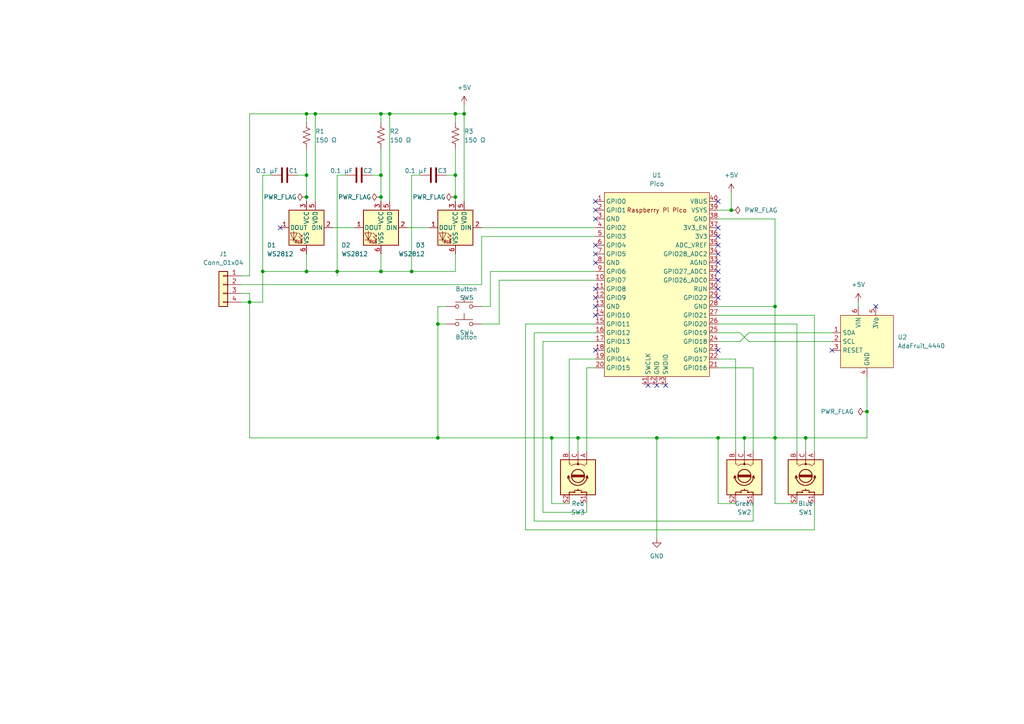
<source format=kicad_sch>
(kicad_sch (version 20211123) (generator eeschema)
  (paper "A4")
  (lib_symbols
    (symbol "AdaFruit:AdaFruit_4440"
      (property "Reference" "U" (at 5.08 10.16 0))
      (property "Value" "AdaFruit_4440" (at 10.16 -10.16 0))
      (symbol "AdaFruit_4440_0_1"
        (rectangle (start 7.62 -7.62) (end -7.62 7.62) (fill (type background)))
      )
      (symbol "AdaFruit_4440_1_1"
        (pin input line (at -10.16 2.54 0) (length 2.54) (name "SDA") (number "1"))
        (pin input line (at -10.16 0 0) (length 2.54) (name "SCL") (number "2"))
        (pin input line (at -10.16 -2.54 0) (length 2.54) (name "RESET") (number "3"))
        (pin power_in line (at 0 -10.16 90) (length 2.54) (name "GND") (number "4"))
        (pin power_in line (at 2.54 10.16 270) (length 2.54) (name "3V_{D}") (number "5"))
        (pin power_in line (at -2.54 10.16 270) (length 2.54) (name "VIN") (number "6"))
      )
    )
    (symbol "Connector_Generic:Conn_01x04" (pin_names (offset 1.016) hide)
      (property "Reference" "J" (at 0 5.08 0))
      (property "Value" "Conn_01x04" (at 0 -7.62 0))
      (symbol "Conn_01x04_1_1"
        (rectangle (start -1.27 -4.953) (end 0 -5.207) (stroke (width 0.1524)))
        (rectangle (start -1.27 -2.413) (end 0 -2.667) (stroke (width 0.1524)))
        (rectangle (start -1.27 0.127) (end 0 -0.127) (stroke (width 0.1524)))
        (rectangle (start -1.27 2.667) (end 0 2.413) (stroke (width 0.1524)))
        (rectangle (start -1.27 3.81) (end 1.27 -6.35) (stroke (width 0.254)) (fill (type background)))
        (pin passive line (at -5.08 2.54 0) (length 3.81) (name "Pin_1") (number "1"))
        (pin passive line (at -5.08 0 0) (length 3.81) (name "Pin_2") (number "2"))
        (pin passive line (at -5.08 -2.54 0) (length 3.81) (name "Pin_3") (number "3"))
        (pin passive line (at -5.08 -5.08 0) (length 3.81) (name "Pin_4") (number "4"))
      )
    )
    (symbol "Device:C" (pin_numbers hide) (pin_names (offset 0.254))
      (property "Reference" "C" (at 0.635 2.54 0))
      (property "Value" "C" (at 0.635 -2.54 0))
      (symbol "C_0_1"
        (polyline (pts (xy -2.032 -0.762) (xy 2.032 -0.762)) (stroke (width 0.508)))
        (polyline (pts (xy -2.032 0.762) (xy 2.032 0.762)) (stroke (width 0.508)))
      )
      (symbol "C_1_1"
        (pin passive line (at 0 3.81 270) (length 2.794) (name "~") (number "1"))
        (pin passive line (at 0 -3.81 90) (length 2.794) (name "~") (number "2"))
      )
    )
    (symbol "Device:R_US" (pin_numbers hide) (pin_names (offset 0))
      (property "Reference" "R" (at 2.54 0 90))
      (property "Value" "R_US" (at -2.54 0 90))
      (symbol "R_US_0_1"
        (polyline (pts (xy 0 -2.286) (xy 0 -2.54)))
        (polyline (pts (xy 0 2.286) (xy 0 2.54)))
        (polyline (pts (xy 0 -0.762) (xy 1.016 -1.143) (xy 0 -1.524) (xy -1.016 -1.905) (xy 0 -2.286)))
        (polyline (pts (xy 0 0.762) (xy 1.016 0.381) (xy 0 0) (xy -1.016 -0.381) (xy 0 -0.762)))
        (polyline (pts (xy 0 2.286) (xy 1.016 1.905) (xy 0 1.524) (xy -1.016 1.143) (xy 0 0.762)))
      )
      (symbol "R_US_1_1"
        (pin passive line (at 0 3.81 270) (length 1.27) (name "~") (number "1"))
        (pin passive line (at 0 -3.81 90) (length 1.27) (name "~") (number "2"))
      )
    )
    (symbol "Device:RotaryEncoder_Switch" (pin_names (offset 0.254) hide)
      (property "Reference" "SW" (at 0 6.604 0))
      (property "Value" "RotaryEncoder_Switch" (at 0 -6.604 0))
      (symbol "RotaryEncoder_Switch_0_1"
        (rectangle (start -5.08 5.08) (end 5.08 -5.08) (stroke (width 0.254)) (fill (type background)))
        (circle (center -3.81 0) (radius 0.254) (fill (type outline)))
        (arc (start -0.381 -2.794) (mid 2.3622 -0.0508) (end -0.381 2.667) (stroke (width 0.254)))
        (circle (center -0.381 0) (radius 1.905) (stroke (width 0.254)))
        (polyline (pts (xy -0.635 -1.778) (xy -0.635 1.778)) (stroke (width 0.254)))
        (polyline (pts (xy -0.381 -1.778) (xy -0.381 1.778)) (stroke (width 0.254)))
        (polyline (pts (xy -0.127 1.778) (xy -0.127 -1.778)) (stroke (width 0.254)))
        (polyline (pts (xy 3.81 0) (xy 3.429 0)) (stroke (width 0.254)))
        (polyline (pts (xy 3.81 1.016) (xy 3.81 -1.016)) (stroke (width 0.254)))
        (polyline (pts (xy -5.08 -2.54) (xy -3.81 -2.54) (xy -3.81 -2.032)))
        (polyline (pts (xy -5.08 2.54) (xy -3.81 2.54) (xy -3.81 2.032)))
        (polyline (pts (xy 0.254 -3.048) (xy -0.508 -2.794) (xy 0.127 -2.413)) (stroke (width 0.254)))
        (polyline (pts (xy 0.254 2.921) (xy -0.508 2.667) (xy 0.127 2.286)) (stroke (width 0.254)))
        (polyline (pts (xy 5.08 -2.54) (xy 4.318 -2.54) (xy 4.318 -1.016)) (stroke (width 0.254)))
        (polyline (pts (xy 5.08 2.54) (xy 4.318 2.54) (xy 4.318 1.016)) (stroke (width 0.254)))
        (polyline (pts (xy -5.08 0) (xy -3.81 0) (xy -3.81 -1.016) (xy -3.302 -2.032)))
        (polyline (pts (xy -4.318 0) (xy -3.81 0) (xy -3.81 1.016) (xy -3.302 2.032)))
        (circle (center 4.318 -1.016) (radius 0.127) (stroke (width 0.254)))
        (circle (center 4.318 1.016) (radius 0.127) (stroke (width 0.254)))
      )
      (symbol "RotaryEncoder_Switch_1_1"
        (pin passive line (at -7.62 2.54 0) (length 2.54) (name "A") (number "A"))
        (pin passive line (at -7.62 -2.54 0) (length 2.54) (name "B") (number "B"))
        (pin passive line (at -7.62 0 0) (length 2.54) (name "C") (number "C"))
        (pin passive line (at 7.62 2.54 180) (length 2.54) (name "S1") (number "S1"))
        (pin passive line (at 7.62 -2.54 180) (length 2.54) (name "S2") (number "S2"))
      )
    )
    (symbol "LED:WS2812" (pin_names (offset 0.254))
      (property "Reference" "D" (at 5.08 5.715 0))
      (property "Value" "WS2812" (at 1.27 -5.715 0))
      (symbol "WS2812_0_0"
        (text "RGB" (at 2.286 -4.191 0) (effects (font (size 0.762 0.762))))
      )
      (symbol "WS2812_0_1"
        (polyline (pts (xy 1.27 -3.556) (xy 1.778 -3.556)))
        (polyline (pts (xy 1.27 -2.54) (xy 1.778 -2.54)))
        (polyline (pts (xy 4.699 -3.556) (xy 2.667 -3.556)))
        (polyline (pts (xy 2.286 -2.54) (xy 1.27 -3.556) (xy 1.27 -3.048)))
        (polyline (pts (xy 2.286 -1.524) (xy 1.27 -2.54) (xy 1.27 -2.032)))
        (polyline (pts (xy 3.683 -1.016) (xy 3.683 -3.556) (xy 3.683 -4.064)))
        (polyline (pts (xy 4.699 -1.524) (xy 2.667 -1.524) (xy 3.683 -3.556) (xy 4.699 -1.524)))
        (rectangle (start 5.08 5.08) (end -5.08 -5.08) (stroke (width 0.254)) (fill (type background)))
      )
      (symbol "WS2812_1_1"
        (pin output line (at 7.62 0 180) (length 2.54) (name "DOUT") (number "1"))
        (pin input line (at -7.62 0 0) (length 2.54) (name "DIN") (number "2"))
        (pin power_in line (at 0 7.62 270) (length 2.54) (name "VCC") (number "3"))
        (pin no_connect line (at 5.08 2.54 180) (length 2.54) hide (name "NC") (number "4"))
        (pin power_in line (at -2.54 7.62 270) (length 2.54) (name "VDD") (number "5"))
        (pin power_in line (at 0 -7.62 90) (length 2.54) (name "VSS") (number "6"))
      )
    )
    (symbol "MCU_RaspberryPi_and_Boards:Pico"
      (property "Reference" "U" (at -13.97 27.94 0))
      (property "Value" "Pico" (at 0 19.05 0))
      (symbol "Pico_0_0"
        (text "Raspberry Pi Pico" (at 0 21.59 0) (effects (font (size 1.27 1.27))))
      )
      (symbol "Pico_0_1"
        (rectangle (start -15.24 26.67) (end 15.24 -26.67) (fill (type background)))
      )
      (symbol "Pico_1_1"
        (pin bidirectional line (at -17.78 24.13 0) (length 2.54) (name "GPIO0") (number "1"))
        (pin bidirectional line (at -17.78 1.27 0) (length 2.54) (name "GPIO7") (number "10"))
        (pin bidirectional line (at -17.78 -1.27 0) (length 2.54) (name "GPIO8") (number "11"))
        (pin bidirectional line (at -17.78 -3.81 0) (length 2.54) (name "GPIO9") (number "12"))
        (pin power_in line (at -17.78 -6.35 0) (length 2.54) (name "GND") (number "13"))
        (pin bidirectional line (at -17.78 -8.89 0) (length 2.54) (name "GPIO10") (number "14"))
        (pin bidirectional line (at -17.78 -11.43 0) (length 2.54) (name "GPIO11") (number "15"))
        (pin bidirectional line (at -17.78 -13.97 0) (length 2.54) (name "GPIO12") (number "16"))
        (pin bidirectional line (at -17.78 -16.51 0) (length 2.54) (name "GPIO13") (number "17"))
        (pin power_in line (at -17.78 -19.05 0) (length 2.54) (name "GND") (number "18"))
        (pin bidirectional line (at -17.78 -21.59 0) (length 2.54) (name "GPIO14") (number "19"))
        (pin bidirectional line (at -17.78 21.59 0) (length 2.54) (name "GPIO1") (number "2"))
        (pin bidirectional line (at -17.78 -24.13 0) (length 2.54) (name "GPIO15") (number "20"))
        (pin bidirectional line (at 17.78 -24.13 180) (length 2.54) (name "GPIO16") (number "21"))
        (pin bidirectional line (at 17.78 -21.59 180) (length 2.54) (name "GPIO17") (number "22"))
        (pin power_in line (at 17.78 -19.05 180) (length 2.54) (name "GND") (number "23"))
        (pin bidirectional line (at 17.78 -16.51 180) (length 2.54) (name "GPIO18") (number "24"))
        (pin bidirectional line (at 17.78 -13.97 180) (length 2.54) (name "GPIO19") (number "25"))
        (pin bidirectional line (at 17.78 -11.43 180) (length 2.54) (name "GPIO20") (number "26"))
        (pin bidirectional line (at 17.78 -8.89 180) (length 2.54) (name "GPIO21") (number "27"))
        (pin power_in line (at 17.78 -6.35 180) (length 2.54) (name "GND") (number "28"))
        (pin bidirectional line (at 17.78 -3.81 180) (length 2.54) (name "GPIO22") (number "29"))
        (pin power_in line (at -17.78 19.05 0) (length 2.54) (name "GND") (number "3"))
        (pin input line (at 17.78 -1.27 180) (length 2.54) (name "RUN") (number "30"))
        (pin bidirectional line (at 17.78 1.27 180) (length 2.54) (name "GPIO26_ADC0") (number "31"))
        (pin bidirectional line (at 17.78 3.81 180) (length 2.54) (name "GPIO27_ADC1") (number "32"))
        (pin power_in line (at 17.78 6.35 180) (length 2.54) (name "AGND") (number "33"))
        (pin bidirectional line (at 17.78 8.89 180) (length 2.54) (name "GPIO28_ADC2") (number "34"))
        (pin power_in line (at 17.78 11.43 180) (length 2.54) (name "ADC_VREF") (number "35"))
        (pin power_in line (at 17.78 13.97 180) (length 2.54) (name "3V3") (number "36"))
        (pin input line (at 17.78 16.51 180) (length 2.54) (name "3V3_EN") (number "37"))
        (pin power_in line (at 17.78 19.05 180) (length 2.54) (name "GND") (number "38"))
        (pin power_in line (at 17.78 21.59 180) (length 2.54) (name "VSYS") (number "39"))
        (pin bidirectional line (at -17.78 16.51 0) (length 2.54) (name "GPIO2") (number "4"))
        (pin power_in line (at 17.78 24.13 180) (length 2.54) (name "VBUS") (number "40"))
        (pin input line (at -2.54 -29.21 90) (length 2.54) (name "SWCLK") (number "41"))
        (pin power_in line (at 0 -29.21 90) (length 2.54) (name "GND") (number "42"))
        (pin bidirectional line (at 2.54 -29.21 90) (length 2.54) (name "SWDIO") (number "43"))
        (pin bidirectional line (at -17.78 13.97 0) (length 2.54) (name "GPIO3") (number "5"))
        (pin bidirectional line (at -17.78 11.43 0) (length 2.54) (name "GPIO4") (number "6"))
        (pin bidirectional line (at -17.78 8.89 0) (length 2.54) (name "GPIO5") (number "7"))
        (pin power_in line (at -17.78 6.35 0) (length 2.54) (name "GND") (number "8"))
        (pin bidirectional line (at -17.78 3.81 0) (length 2.54) (name "GPIO6") (number "9"))
      )
    )
    (symbol "Switch:SW_Push" (pin_numbers hide) (pin_names (offset 1.016) hide)
      (property "Reference" "SW" (at 1.27 2.54 0))
      (property "Value" "SW_Push" (at 0 -1.524 0))
      (symbol "SW_Push_0_1"
        (circle (center -2.032 0) (radius 0.508))
        (polyline (pts (xy 0 1.27) (xy 0 3.048)))
        (polyline (pts (xy 2.54 1.27) (xy -2.54 1.27)))
        (circle (center 2.032 0) (radius 0.508))
        (pin passive line (at -5.08 0 0) (length 2.54) (name "1") (number "1"))
        (pin passive line (at 5.08 0 180) (length 2.54) (name "2") (number "2"))
      )
    )
    (symbol "power:+5V" (power) (pin_names (offset 0))
      (property "Value" "+5V" (at 0 3.556 0))
      (symbol "+5V_0_1"
        (polyline (pts (xy -0.762 1.27) (xy 0 2.54)))
        (polyline (pts (xy 0 0) (xy 0 2.54)))
        (polyline (pts (xy 0 2.54) (xy 0.762 1.27)))
      )
      (symbol "+5V_1_1"
        (pin power_in line (at 0 0 90) (length 0) hide (name "+5V") (number "1"))
      )
    )
    (symbol "power:GND" (power) (pin_names (offset 0))
      (property "Value" "GND" (at 0 -3.81 0))
      (symbol "GND_0_1"
        (polyline (pts (xy 0 0) (xy 0 -1.27) (xy 1.27 -1.27) (xy 0 -2.54) (xy -1.27 -1.27) (xy 0 -1.27)))
      )
      (symbol "GND_1_1"
        (pin power_in line (at 0 0 270) (length 0) hide (name "GND") (number "1"))
      )
    )
    (symbol "power:PWR_FLAG" (power) (pin_numbers hide) (pin_names (offset 0) hide)
      (property "Value" "PWR_FLAG" (at 0 3.81 0))
      (symbol "PWR_FLAG_0_0"
        (pin power_out line (at 0 0 90) (length 0) (name "pwr") (number "1"))
      )
      (symbol "PWR_FLAG_0_1"
        (polyline (pts (xy 0 0) (xy 0 1.27) (xy -1.016 1.905) (xy 0 2.54) (xy 1.016 1.905) (xy 0 1.27)))
      )
    )
  )
  (junction (at 91.44 33.02))
  (junction (at 110.49 78.74))
  (junction (at 132.08 33.02))
  (junction (at 76.2 78.74))
  (junction (at 88.9 57.15))
  (junction (at 160.02 127))
  (junction (at 233.68 127))
  (junction (at 208.28 127))
  (junction (at 88.9 33.02))
  (junction (at 167.64 127))
  (junction (at 97.79 78.74))
  (junction (at 127 127))
  (junction (at 190.5 127))
  (junction (at 215.9 127))
  (junction (at 88.9 78.74))
  (junction (at 110.49 50.8))
  (junction (at 134.62 33.02))
  (junction (at 224.79 127))
  (junction (at 88.9 50.8))
  (junction (at 224.79 88.9))
  (junction (at 212.09 60.96))
  (junction (at 132.08 57.15))
  (junction (at 119.38 78.74))
  (junction (at 132.08 50.8))
  (junction (at 251.46 119.38))
  (junction (at 113.03 33.02))
  (junction (at 110.49 33.02))
  (junction (at 127 93.98))
  (junction (at 110.49 57.15))
  (junction (at 72.39 87.63))
  (no_connect (at 208.28 78.74))
  (no_connect (at 208.28 81.28))
  (no_connect (at 208.28 73.66))
  (no_connect (at 172.72 60.96))
  (no_connect (at 172.72 63.5))
  (no_connect (at 81.28 66.04))
  (no_connect (at 208.28 68.58))
  (no_connect (at 208.28 58.42))
  (no_connect (at 208.28 66.04))
  (no_connect (at 172.72 86.36))
  (no_connect (at 172.72 88.9))
  (no_connect (at 172.72 83.82))
  (no_connect (at 172.72 76.2))
  (no_connect (at 172.72 73.66))
  (no_connect (at 172.72 58.42))
  (no_connect (at 208.28 76.2))
  (no_connect (at 208.28 83.82))
  (no_connect (at 208.28 86.36))
  (no_connect (at 208.28 71.12))
  (no_connect (at 172.72 91.44))
  (no_connect (at 172.72 101.6))
  (no_connect (at 208.28 101.6))
  (no_connect (at 241.3 101.6))
  (no_connect (at 254 88.9))
  (no_connect (at 172.72 71.12))
  (no_connect (at 193.04 111.76))
  (no_connect (at 190.5 111.76))
  (no_connect (at 187.96 111.76))
  (wire (pts (xy 97.79 50.8) (xy 97.79 78.74)))
  (wire (pts (xy 129.54 50.8) (xy 132.08 50.8)))
  (wire (pts (xy 208.28 88.9) (xy 224.79 88.9)))
  (wire (pts (xy 110.49 58.42) (xy 110.49 57.15)))
  (wire (pts (xy 113.03 33.02) (xy 132.08 33.02)))
  (wire (pts (xy 208.28 96.52) (xy 214.63 96.52)))
  (wire (pts (xy 236.22 153.67) (xy 236.22 146.05)))
  (wire (pts (xy 215.9 127) (xy 224.79 127)))
  (wire (pts (xy 160.02 127) (xy 167.64 127)))
  (wire (pts (xy 208.28 99.06) (xy 214.63 99.06)))
  (wire (pts (xy 119.38 50.8) (xy 119.38 78.74)))
  (wire (pts (xy 231.14 146.05) (xy 224.79 146.05)))
  (wire (pts (xy 154.94 151.13) (xy 154.94 96.52)))
  (wire (pts (xy 118.11 66.04) (xy 124.46 66.04)))
  (wire (pts (xy 248.92 87.63) (xy 248.92 88.9)))
  (wire (pts (xy 170.18 130.81) (xy 170.18 106.68)))
  (wire (pts (xy 72.39 127) (xy 127 127)))
  (wire (pts (xy 72.39 87.63) (xy 76.2 87.63)))
  (wire (pts (xy 172.72 81.28) (xy 144.78 81.28)))
  (wire (pts (xy 236.22 130.81) (xy 236.22 91.44)))
  (wire (pts (xy 217.17 96.52) (xy 241.3 96.52)))
  (wire (pts (xy 165.1 130.81) (xy 165.1 104.14)))
  (wire (pts (xy 88.9 73.66) (xy 88.9 78.74)))
  (wire (pts (xy 134.62 33.02) (xy 134.62 58.42)))
  (wire (pts (xy 215.9 130.81) (xy 215.9 127)))
  (wire (pts (xy 132.08 33.02) (xy 134.62 33.02)))
  (wire (pts (xy 110.49 78.74) (xy 119.38 78.74)))
  (wire (pts (xy 76.2 78.74) (xy 76.2 50.8)))
  (wire (pts (xy 236.22 91.44) (xy 208.28 91.44)))
  (wire (pts (xy 208.28 63.5) (xy 224.79 63.5)))
  (wire (pts (xy 231.14 130.81) (xy 231.14 93.98)))
  (wire (pts (xy 190.5 156.21) (xy 190.5 127)))
  (wire (pts (xy 69.85 87.63) (xy 72.39 87.63)))
  (wire (pts (xy 154.94 96.52) (xy 172.72 96.52)))
  (wire (pts (xy 208.28 60.96) (xy 212.09 60.96)))
  (wire (pts (xy 208.28 146.05) (xy 208.28 127)))
  (wire (pts (xy 132.08 58.42) (xy 132.08 57.15)))
  (wire (pts (xy 208.28 104.14) (xy 213.36 104.14)))
  (wire (pts (xy 96.52 66.04) (xy 102.87 66.04)))
  (wire (pts (xy 132.08 43.18) (xy 132.08 50.8)))
  (wire (pts (xy 165.1 104.14) (xy 172.72 104.14)))
  (wire (pts (xy 110.49 33.02) (xy 110.49 35.56)))
  (wire (pts (xy 152.4 153.67) (xy 152.4 93.98)))
  (wire (pts (xy 72.39 33.02) (xy 88.9 33.02)))
  (wire (pts (xy 110.49 43.18) (xy 110.49 50.8)))
  (wire (pts (xy 110.49 50.8) (xy 110.49 57.15)))
  (wire (pts (xy 142.24 78.74) (xy 142.24 88.9)))
  (wire (pts (xy 224.79 146.05) (xy 224.79 127)))
  (wire (pts (xy 142.24 88.9) (xy 139.7 88.9)))
  (wire (pts (xy 107.95 50.8) (xy 110.49 50.8)))
  (wire (pts (xy 165.1 146.05) (xy 160.02 146.05)))
  (wire (pts (xy 88.9 43.18) (xy 88.9 50.8)))
  (wire (pts (xy 97.79 50.8) (xy 100.33 50.8)))
  (wire (pts (xy 127 93.98) (xy 127 127)))
  (wire (pts (xy 69.85 82.55) (xy 139.7 82.55)))
  (wire (pts (xy 251.46 109.22) (xy 251.46 119.38)))
  (wire (pts (xy 69.85 85.09) (xy 72.39 85.09)))
  (wire (pts (xy 214.63 96.52) (xy 217.17 99.06)))
  (wire (pts (xy 218.44 146.05) (xy 218.44 151.13)))
  (wire (pts (xy 110.49 78.74) (xy 97.79 78.74)))
  (wire (pts (xy 129.54 93.98) (xy 127 93.98)))
  (wire (pts (xy 132.08 78.74) (xy 119.38 78.74)))
  (wire (pts (xy 144.78 81.28) (xy 144.78 93.98)))
  (wire (pts (xy 110.49 73.66) (xy 110.49 78.74)))
  (wire (pts (xy 97.79 80.01) (xy 97.79 78.74)))
  (wire (pts (xy 72.39 85.09) (xy 72.39 87.63)))
  (wire (pts (xy 170.18 146.05) (xy 170.18 148.59)))
  (wire (pts (xy 167.64 130.81) (xy 167.64 127)))
  (wire (pts (xy 88.9 58.42) (xy 88.9 57.15)))
  (wire (pts (xy 88.9 33.02) (xy 91.44 33.02)))
  (wire (pts (xy 76.2 78.74) (xy 76.2 87.63)))
  (wire (pts (xy 144.78 93.98) (xy 139.7 93.98)))
  (wire (pts (xy 214.63 99.06) (xy 217.17 96.52)))
  (wire (pts (xy 213.36 104.14) (xy 213.36 130.81)))
  (wire (pts (xy 132.08 50.8) (xy 132.08 57.15)))
  (wire (pts (xy 139.7 66.04) (xy 172.72 66.04)))
  (wire (pts (xy 157.48 99.06) (xy 172.72 99.06)))
  (wire (pts (xy 134.62 33.02) (xy 134.62 30.48)))
  (wire (pts (xy 132.08 33.02) (xy 132.08 35.56)))
  (wire (pts (xy 217.17 99.06) (xy 241.3 99.06)))
  (wire (pts (xy 170.18 106.68) (xy 172.72 106.68)))
  (wire (pts (xy 113.03 33.02) (xy 113.03 58.42)))
  (wire (pts (xy 129.54 88.9) (xy 127 88.9)))
  (wire (pts (xy 88.9 78.74) (xy 76.2 78.74)))
  (wire (pts (xy 157.48 148.59) (xy 157.48 99.06)))
  (wire (pts (xy 152.4 93.98) (xy 172.72 93.98)))
  (wire (pts (xy 224.79 88.9) (xy 224.79 127)))
  (wire (pts (xy 190.5 127) (xy 208.28 127)))
  (wire (pts (xy 208.28 127) (xy 215.9 127)))
  (wire (pts (xy 233.68 130.81) (xy 233.68 127)))
  (wire (pts (xy 110.49 33.02) (xy 113.03 33.02)))
  (wire (pts (xy 218.44 151.13) (xy 154.94 151.13)))
  (wire (pts (xy 231.14 93.98) (xy 208.28 93.98)))
  (wire (pts (xy 97.79 78.74) (xy 88.9 78.74)))
  (wire (pts (xy 170.18 148.59) (xy 157.48 148.59)))
  (wire (pts (xy 218.44 106.68) (xy 208.28 106.68)))
  (wire (pts (xy 91.44 33.02) (xy 91.44 58.42)))
  (wire (pts (xy 72.39 80.01) (xy 72.39 33.02)))
  (wire (pts (xy 172.72 78.74) (xy 142.24 78.74)))
  (wire (pts (xy 212.09 60.96) (xy 212.09 55.88)))
  (wire (pts (xy 132.08 78.74) (xy 132.08 73.66)))
  (wire (pts (xy 139.7 82.55) (xy 139.7 68.58)))
  (wire (pts (xy 127 88.9) (xy 127 93.98)))
  (wire (pts (xy 86.36 50.8) (xy 88.9 50.8)))
  (wire (pts (xy 224.79 127) (xy 233.68 127)))
  (wire (pts (xy 69.85 80.01) (xy 72.39 80.01)))
  (wire (pts (xy 213.36 146.05) (xy 208.28 146.05)))
  (wire (pts (xy 224.79 63.5) (xy 224.79 88.9)))
  (wire (pts (xy 160.02 146.05) (xy 160.02 127)))
  (wire (pts (xy 233.68 127) (xy 251.46 127)))
  (wire (pts (xy 218.44 130.81) (xy 218.44 106.68)))
  (wire (pts (xy 88.9 50.8) (xy 88.9 57.15)))
  (wire (pts (xy 251.46 119.38) (xy 251.46 127)))
  (wire (pts (xy 152.4 153.67) (xy 236.22 153.67)))
  (wire (pts (xy 167.64 127) (xy 190.5 127)))
  (wire (pts (xy 139.7 68.58) (xy 172.72 68.58)))
  (wire (pts (xy 72.39 87.63) (xy 72.39 127)))
  (wire (pts (xy 88.9 35.56) (xy 88.9 33.02)))
  (wire (pts (xy 91.44 33.02) (xy 110.49 33.02)))
  (wire (pts (xy 127 127) (xy 160.02 127)))
  (wire (pts (xy 119.38 50.8) (xy 121.92 50.8)))
  (wire (pts (xy 76.2 50.8) (xy 78.74 50.8)))
  (symbol (lib_id "Switch:SW_Push") (at 134.62 93.98 0) (mirror y) (unit 1)
    (property "Reference" "SW4" (at 133.35 96.52 0) (effects (justify right)))
    (property "Value" "Button" (at 132.08 97.79 0) (effects (justify right)))
    (property "Footprint" "Button_Switch_THT:SW_PUSH-12mm" (effects hide))
    (property "Vendor" "American Science and Surplus" (effects hide))
  )
  (symbol (lib_id "Device:C") (at 104.14 50.8 90) (unit 1)
    (property "Reference" "C2" (at 106.68 49.53 90))
    (property "Value" "0.1 µF" (at 99.06 49.53 90))
    (property "Footprint" "Capacitor_SMD:C_0201_0603Metric" (effects hide))
    (property "Datasheet" "https://www.yageo.com/upload/media/product/productsearch/datasheet/mlcc/UPY-AC_X5RX6S_0.pdf" (effects hide))
    (property "Mfr Part Number" "AC0201KRX6S5BB104" (effects hide))
    (property "Vendor" "DIgi-Key" (effects hide))
    (property "Vendor Part Number" "13-AC0201KRX6S5BB104CT-ND" (effects hide))
  )
  (symbol (lib_id "MCU_RaspberryPi_and_Boards:Pico") (at 190.5 82.55 0) (unit 1)
    (property "Reference" "U1" (at 190.5 50.8 0))
    (property "Value" "Pico" (at 190.5 53.34 0))
    (property "Footprint" "MCU_RaspberryPi_and_Boards:RPi_Pico_SMD_TH" (effects hide))
    (property "Datasheet" "https://datasheets.raspberrypi.com/pico/pico-datasheet.pdf" (effects hide))
    (property "Mfr Part Number" "SC0915" (effects hide))
    (property "Vendor" "Digi-Key" (effects hide))
    (property "Vendor Part Number" "2648-SC0915CT-ND" (effects hide))
  )
  (symbol (lib_id "power:PWR_FLAG") (at 132.08 57.15 90) (unit 1)
    (property "Reference" "#FLG0102" (effects hide))
    (property "Value" "PWR_FLAG" (at 124.46 57.15 90))
  )
  (symbol (lib_id "Device:RotaryEncoder_Switch") (at 233.68 138.43 270) (unit 1)
    (property "Reference" "SW1" (at 233.68 148.59 90))
    (property "Value" "Blue" (at 233.68 146.05 90))
    (property "Footprint" "Rotary_Encoder:RotaryEncoder_Alps_EC11E-Switch_Vertical_H20mm" (effects hide))
    (property "Datasheet" "https://www.bourns.com/docs/Product-Datasheets/PEC12R.pdf" (effects hide))
    (property "Mfr Part Number" "PEC12R-4220F-S0024" (effects hide))
    (property "Vendor" "Digi-Key" (effects hide))
    (property "Vendor Part Number" "PEC12R-4220F-S0024-ND" (effects hide))
  )
  (symbol (lib_id "Switch:SW_Push") (at 134.62 88.9 0) (mirror y) (unit 1)
    (property "Reference" "SW5" (at 133.35 86.36 0) (effects (justify right)))
    (property "Value" "Button" (at 132.08 83.82 0) (effects (justify right)))
    (property "Footprint" "Button_Switch_THT:SW_PUSH-12mm" (effects hide))
    (property "Vendor" "American Science and Surplus" (effects hide))
  )
  (symbol (lib_id "power:+5V") (at 248.92 87.63 0) (unit 1)
    (property "Reference" "#PWR0102" (effects hide))
    (property "Value" "+5V" (at 248.92 82.55 0))
  )
  (symbol (lib_id "Device:R_US") (at 110.49 39.37 0) (unit 1)
    (property "Reference" "R2" (at 113.03 38.0999 0) (effects (justify left)))
    (property "Value" "150 Ω" (at 113.03 40.6399 0) (effects (justify left)))
    (property "Footprint" "Resistor_SMD:R_0402_1005Metric" (effects hide))
    (property "Datasheet" "https://www.seielect.com/catalog/sei-rmcf_rmcp.pdf" (effects hide))
    (property "Mfr Part Number" "RMCF0402FT150R" (effects hide))
    (property "Vendor" "Digi-Key" (effects hide))
    (property "Vendor Part Number" "RMCF0402FT150RCT-ND" (effects hide))
  )
  (symbol (lib_id "power:PWR_FLAG") (at 251.46 119.38 90) (unit 1)
    (property "Reference" "#FLG0105" (effects hide))
    (property "Value" "PWR_FLAG" (at 247.65 119.3799 90) (effects (justify left)))
  )
  (symbol (lib_id "power:+5V") (at 134.62 30.48 0) (unit 1)
    (property "Reference" "#PWR?" (effects hide))
    (property "Value" "+5V" (at 134.62 25.4 0))
  )
  (symbol (lib_id "LED:WS2812") (at 110.49 66.04 0) (mirror y) (unit 1)
    (property "Reference" "D2" (at 100.33 71.12 0))
    (property "Value" "WS2812" (at 102.87 73.66 0))
    (property "Footprint" "LED_SMD:LED_WS2812_PLCC6_5.0x5.0mm_P1.6mm" (effects hide))
    (property "Datasheet" "https://cdn-shop.adafruit.com/datasheets/WS2812.pdf" (effects hide))
    (property "Mfr Part Number" "COM-20175" (effects hide))
    (property "Vendor" "Digi-Key" (effects hide))
    (property "Vendor Part Number" "1568-COM-20175CT-ND" (effects hide))
  )
  (symbol (lib_id "power:PWR_FLAG") (at 110.49 57.15 90) (unit 1)
    (property "Reference" "#FLG0103" (effects hide))
    (property "Value" "PWR_FLAG" (at 102.87 57.15 90))
  )
  (symbol (lib_id "Device:RotaryEncoder_Switch") (at 167.64 138.43 270) (unit 1)
    (property "Reference" "SW3" (at 167.64 148.59 90))
    (property "Value" "Red" (at 167.64 146.05 90))
    (property "Footprint" "Rotary_Encoder:RotaryEncoder_Alps_EC11E-Switch_Vertical_H20mm" (effects hide))
    (property "Datasheet" "https://www.bourns.com/docs/Product-Datasheets/PEC12R.pdf" (effects hide))
    (property "Mfr Part Number" "PEC12R-4220F-S0024" (effects hide))
    (property "Vendor" "Digi-Key" (effects hide))
    (property "Vendor Part Number" "PEC12R-4220F-S0024-ND" (effects hide))
  )
  (symbol (lib_id "AdaFruit:AdaFruit_4440") (at 251.46 99.06 0) (unit 1)
    (property "Reference" "U2" (at 260.35 97.7899 0) (effects (justify left)))
    (property "Value" "AdaFruit_4440" (at 260.35 100.3299 0) (effects (justify left)))
    (property "Footprint" "AdaFruit:AdaFruit_4440" (effects hide))
    (property "Datasheet" "https://media.digikey.com/pdf/Data%20Sheets/Adafruit%20PDFs/4440_Web.pdf" (effects hide))
    (property "Mfr Part Number" "4440" (effects hide))
    (property "Vendor" "Digi-Key" (effects hide))
    (property "Vendor Part Number" "1528-4440-ND" (effects hide))
  )
  (symbol (lib_id "Device:R_US") (at 132.08 39.37 0) (unit 1)
    (property "Reference" "R3" (at 134.62 38.0999 0) (effects (justify left)))
    (property "Value" "150 Ω" (at 134.62 40.6399 0) (effects (justify left)))
    (property "Footprint" "Resistor_SMD:R_0402_1005Metric" (effects hide))
    (property "Datasheet" "https://www.seielect.com/catalog/sei-rmcf_rmcp.pdf" (effects hide))
    (property "Mfr Part Number" "RMCF0402FT150R" (effects hide))
    (property "Vendor" "Digi-Key" (effects hide))
    (property "Vendor Part Number" "RMCF0402FT150RCT-ND" (effects hide))
  )
  (symbol (lib_id "Device:RotaryEncoder_Switch") (at 215.9 138.43 270) (unit 1)
    (property "Reference" "SW2" (at 215.9 148.59 90))
    (property "Value" "Green" (at 215.9 146.05 90))
    (property "Footprint" "Rotary_Encoder:RotaryEncoder_Alps_EC11E-Switch_Vertical_H20mm" (effects hide))
    (property "Datasheet" "https://www.bourns.com/docs/Product-Datasheets/PEC12R.pdf" (effects hide))
    (property "Mfr Part Number" "PEC12R-4220F-S0024" (effects hide))
    (property "Vendor" "Digi-Key" (effects hide))
    (property "Vendor Part Number" "PEC12R-4220F-S0024-ND" (effects hide))
  )
  (symbol (lib_id "LED:WS2812") (at 88.9 66.04 0) (mirror y) (unit 1)
    (property "Reference" "D1" (at 78.74 71.12 0))
    (property "Value" "WS2812" (at 81.28 73.66 0))
    (property "Footprint" "LED_SMD:LED_WS2812_PLCC6_5.0x5.0mm_P1.6mm" (effects hide))
    (property "Datasheet" "https://cdn-shop.adafruit.com/datasheets/WS2812.pdf" (effects hide))
    (property "Mfr Part Number" "COM-20175" (effects hide))
    (property "Vendor" "Digi-Key" (effects hide))
    (property "Vendor Part Number" "1568-COM-20175CT-ND" (effects hide))
  )
  (symbol (lib_id "Device:R_US") (at 88.9 39.37 0) (unit 1)
    (property "Reference" "R1" (at 91.44 38.0999 0) (effects (justify left)))
    (property "Value" "150 Ω" (at 91.44 40.6399 0) (effects (justify left)))
    (property "Footprint" "Resistor_SMD:R_0402_1005Metric" (effects hide))
    (property "Datasheet" "https://www.seielect.com/catalog/sei-rmcf_rmcp.pdf" (effects hide))
    (property "Mfr Part Number" "RMCF0402FT150R" (effects hide))
    (property "Vendor" "Digi-Key" (effects hide))
    (property "Vendor Part Number" "RMCF0402FT150RCT-ND" (effects hide))
  )
  (symbol (lib_id "power:PWR_FLAG") (at 212.09 60.96 270) (mirror x) (unit 1)
    (property "Reference" "#FLG?" (effects hide))
    (property "Value" "PWR_FLAG" (at 215.9 60.9599 90) (effects (justify left)))
  )
  (symbol (lib_id "LED:WS2812") (at 132.08 66.04 0) (mirror y) (unit 1)
    (property "Reference" "D3" (at 121.92 71.12 0))
    (property "Value" "WS2812" (at 119.38 73.66 0))
    (property "Footprint" "LED_SMD:LED_WS2812_PLCC6_5.0x5.0mm_P1.6mm" (effects hide))
    (property "Datasheet" "https://cdn-shop.adafruit.com/datasheets/WS2812.pdf" (effects hide))
    (property "Mfr Part Number" "COM-20175" (effects hide))
    (property "Vendor" "Digi-Key" (effects hide))
    (property "Vendor Part Number" "1568-COM-20175CT-ND" (effects hide))
  )
  (symbol (lib_id "power:+5V") (at 212.09 55.88 0) (unit 1)
    (property "Reference" "#PWR?" (effects hide))
    (property "Value" "+5V" (at 212.09 50.8 0))
  )
  (symbol (lib_id "Device:C") (at 82.55 50.8 90) (unit 1)
    (property "Reference" "C1" (at 85.09 49.53 90))
    (property "Value" "0.1 µF" (at 77.47 49.53 90))
    (property "Footprint" "Capacitor_SMD:C_0201_0603Metric" (effects hide))
    (property "Datasheet" "https://www.yageo.com/upload/media/product/productsearch/datasheet/mlcc/UPY-AC_X5RX6S_0.pdf" (effects hide))
    (property "Mfr Part Number" "AC0201KRX6S5BB104" (effects hide))
    (property "Vendor" "DIgi-Key" (effects hide))
    (property "Vendor Part Number" "13-AC0201KRX6S5BB104CT-ND" (effects hide))
  )
  (symbol (lib_id "Connector_Generic:Conn_01x04") (at 64.77 82.55 0) (mirror y) (unit 1)
    (property "Reference" "J1" (at 64.77 73.66 0))
    (property "Value" "Conn_01x04" (at 64.77 76.2 0))
    (property "Footprint" "Connector_PinSocket_2.50mm:PinSocket_1x04_P2.50mm_Vertical" (effects hide))
  )
  (symbol (lib_id "power:PWR_FLAG") (at 88.9 57.15 90) (unit 1)
    (property "Reference" "#FLG0104" (effects hide))
    (property "Value" "PWR_FLAG" (at 81.28 57.15 90))
  )
  (symbol (lib_id "power:GND") (at 190.5 156.21 0) (unit 1)
    (property "Reference" "#PWR0101" (effects hide))
    (property "Value" "GND" (at 190.5 161.29 0))
  )
  (symbol (lib_id "Device:C") (at 125.73 50.8 90) (unit 1)
    (property "Reference" "C3" (at 128.27 49.53 90))
    (property "Value" "0.1 µF" (at 120.65 49.53 90))
    (property "Footprint" "Capacitor_SMD:C_0201_0603Metric" (effects hide))
    (property "Datasheet" "https://www.yageo.com/upload/media/product/productsearch/datasheet/mlcc/UPY-AC_X5RX6S_0.pdf" (effects hide))
    (property "Mfr Part Number" "AC0201KRX6S5BB104" (effects hide))
    (property "Vendor" "DIgi-Key" (effects hide))
    (property "Vendor Part Number" "13-AC0201KRX6S5BB104CT-ND" (effects hide))
  )
)
</source>
